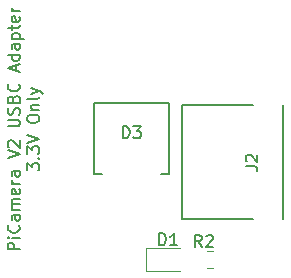
<source format=gbr>
%TF.GenerationSoftware,KiCad,Pcbnew,(5.1.7)-1*%
%TF.CreationDate,2021-02-26T18:48:08+00:00*%
%TF.ProjectId,Small Camera Adapter,536d616c-6c20-4436-916d-657261204164,rev?*%
%TF.SameCoordinates,Original*%
%TF.FileFunction,Legend,Top*%
%TF.FilePolarity,Positive*%
%FSLAX46Y46*%
G04 Gerber Fmt 4.6, Leading zero omitted, Abs format (unit mm)*
G04 Created by KiCad (PCBNEW (5.1.7)-1) date 2021-02-26 18:48:08*
%MOMM*%
%LPD*%
G01*
G04 APERTURE LIST*
%ADD10C,0.150000*%
%ADD11C,0.177800*%
%ADD12C,0.127000*%
%ADD13C,0.120000*%
G04 APERTURE END LIST*
D10*
X142727380Y-130766666D02*
X141727380Y-130766666D01*
X141727380Y-130385714D01*
X141775000Y-130290476D01*
X141822619Y-130242857D01*
X141917857Y-130195238D01*
X142060714Y-130195238D01*
X142155952Y-130242857D01*
X142203571Y-130290476D01*
X142251190Y-130385714D01*
X142251190Y-130766666D01*
X142727380Y-129766666D02*
X142060714Y-129766666D01*
X141727380Y-129766666D02*
X141775000Y-129814285D01*
X141822619Y-129766666D01*
X141775000Y-129719047D01*
X141727380Y-129766666D01*
X141822619Y-129766666D01*
X142632142Y-128719047D02*
X142679761Y-128766666D01*
X142727380Y-128909523D01*
X142727380Y-129004761D01*
X142679761Y-129147619D01*
X142584523Y-129242857D01*
X142489285Y-129290476D01*
X142298809Y-129338095D01*
X142155952Y-129338095D01*
X141965476Y-129290476D01*
X141870238Y-129242857D01*
X141775000Y-129147619D01*
X141727380Y-129004761D01*
X141727380Y-128909523D01*
X141775000Y-128766666D01*
X141822619Y-128719047D01*
X142727380Y-127861904D02*
X142203571Y-127861904D01*
X142108333Y-127909523D01*
X142060714Y-128004761D01*
X142060714Y-128195238D01*
X142108333Y-128290476D01*
X142679761Y-127861904D02*
X142727380Y-127957142D01*
X142727380Y-128195238D01*
X142679761Y-128290476D01*
X142584523Y-128338095D01*
X142489285Y-128338095D01*
X142394047Y-128290476D01*
X142346428Y-128195238D01*
X142346428Y-127957142D01*
X142298809Y-127861904D01*
X142727380Y-127385714D02*
X142060714Y-127385714D01*
X142155952Y-127385714D02*
X142108333Y-127338095D01*
X142060714Y-127242857D01*
X142060714Y-127100000D01*
X142108333Y-127004761D01*
X142203571Y-126957142D01*
X142727380Y-126957142D01*
X142203571Y-126957142D02*
X142108333Y-126909523D01*
X142060714Y-126814285D01*
X142060714Y-126671428D01*
X142108333Y-126576190D01*
X142203571Y-126528571D01*
X142727380Y-126528571D01*
X142679761Y-125671428D02*
X142727380Y-125766666D01*
X142727380Y-125957142D01*
X142679761Y-126052380D01*
X142584523Y-126100000D01*
X142203571Y-126100000D01*
X142108333Y-126052380D01*
X142060714Y-125957142D01*
X142060714Y-125766666D01*
X142108333Y-125671428D01*
X142203571Y-125623809D01*
X142298809Y-125623809D01*
X142394047Y-126100000D01*
X142727380Y-125195238D02*
X142060714Y-125195238D01*
X142251190Y-125195238D02*
X142155952Y-125147619D01*
X142108333Y-125100000D01*
X142060714Y-125004761D01*
X142060714Y-124909523D01*
X142727380Y-124147619D02*
X142203571Y-124147619D01*
X142108333Y-124195238D01*
X142060714Y-124290476D01*
X142060714Y-124480952D01*
X142108333Y-124576190D01*
X142679761Y-124147619D02*
X142727380Y-124242857D01*
X142727380Y-124480952D01*
X142679761Y-124576190D01*
X142584523Y-124623809D01*
X142489285Y-124623809D01*
X142394047Y-124576190D01*
X142346428Y-124480952D01*
X142346428Y-124242857D01*
X142298809Y-124147619D01*
X141727380Y-123052380D02*
X142727380Y-122719047D01*
X141727380Y-122385714D01*
X141822619Y-122100000D02*
X141775000Y-122052380D01*
X141727380Y-121957142D01*
X141727380Y-121719047D01*
X141775000Y-121623809D01*
X141822619Y-121576190D01*
X141917857Y-121528571D01*
X142013095Y-121528571D01*
X142155952Y-121576190D01*
X142727380Y-122147619D01*
X142727380Y-121528571D01*
X141727380Y-120338095D02*
X142536904Y-120338095D01*
X142632142Y-120290476D01*
X142679761Y-120242857D01*
X142727380Y-120147619D01*
X142727380Y-119957142D01*
X142679761Y-119861904D01*
X142632142Y-119814285D01*
X142536904Y-119766666D01*
X141727380Y-119766666D01*
X142679761Y-119338095D02*
X142727380Y-119195238D01*
X142727380Y-118957142D01*
X142679761Y-118861904D01*
X142632142Y-118814285D01*
X142536904Y-118766666D01*
X142441666Y-118766666D01*
X142346428Y-118814285D01*
X142298809Y-118861904D01*
X142251190Y-118957142D01*
X142203571Y-119147619D01*
X142155952Y-119242857D01*
X142108333Y-119290476D01*
X142013095Y-119338095D01*
X141917857Y-119338095D01*
X141822619Y-119290476D01*
X141775000Y-119242857D01*
X141727380Y-119147619D01*
X141727380Y-118909523D01*
X141775000Y-118766666D01*
X142203571Y-118004761D02*
X142251190Y-117861904D01*
X142298809Y-117814285D01*
X142394047Y-117766666D01*
X142536904Y-117766666D01*
X142632142Y-117814285D01*
X142679761Y-117861904D01*
X142727380Y-117957142D01*
X142727380Y-118338095D01*
X141727380Y-118338095D01*
X141727380Y-118004761D01*
X141775000Y-117909523D01*
X141822619Y-117861904D01*
X141917857Y-117814285D01*
X142013095Y-117814285D01*
X142108333Y-117861904D01*
X142155952Y-117909523D01*
X142203571Y-118004761D01*
X142203571Y-118338095D01*
X142632142Y-116766666D02*
X142679761Y-116814285D01*
X142727380Y-116957142D01*
X142727380Y-117052380D01*
X142679761Y-117195238D01*
X142584523Y-117290476D01*
X142489285Y-117338095D01*
X142298809Y-117385714D01*
X142155952Y-117385714D01*
X141965476Y-117338095D01*
X141870238Y-117290476D01*
X141775000Y-117195238D01*
X141727380Y-117052380D01*
X141727380Y-116957142D01*
X141775000Y-116814285D01*
X141822619Y-116766666D01*
X142441666Y-115623809D02*
X142441666Y-115147619D01*
X142727380Y-115719047D02*
X141727380Y-115385714D01*
X142727380Y-115052380D01*
X142727380Y-114290476D02*
X141727380Y-114290476D01*
X142679761Y-114290476D02*
X142727380Y-114385714D01*
X142727380Y-114576190D01*
X142679761Y-114671428D01*
X142632142Y-114719047D01*
X142536904Y-114766666D01*
X142251190Y-114766666D01*
X142155952Y-114719047D01*
X142108333Y-114671428D01*
X142060714Y-114576190D01*
X142060714Y-114385714D01*
X142108333Y-114290476D01*
X142727380Y-113385714D02*
X142203571Y-113385714D01*
X142108333Y-113433333D01*
X142060714Y-113528571D01*
X142060714Y-113719047D01*
X142108333Y-113814285D01*
X142679761Y-113385714D02*
X142727380Y-113480952D01*
X142727380Y-113719047D01*
X142679761Y-113814285D01*
X142584523Y-113861904D01*
X142489285Y-113861904D01*
X142394047Y-113814285D01*
X142346428Y-113719047D01*
X142346428Y-113480952D01*
X142298809Y-113385714D01*
X142060714Y-112909523D02*
X143060714Y-112909523D01*
X142108333Y-112909523D02*
X142060714Y-112814285D01*
X142060714Y-112623809D01*
X142108333Y-112528571D01*
X142155952Y-112480952D01*
X142251190Y-112433333D01*
X142536904Y-112433333D01*
X142632142Y-112480952D01*
X142679761Y-112528571D01*
X142727380Y-112623809D01*
X142727380Y-112814285D01*
X142679761Y-112909523D01*
X142060714Y-112147619D02*
X142060714Y-111766666D01*
X141727380Y-112004761D02*
X142584523Y-112004761D01*
X142679761Y-111957142D01*
X142727380Y-111861904D01*
X142727380Y-111766666D01*
X142679761Y-111052380D02*
X142727380Y-111147619D01*
X142727380Y-111338095D01*
X142679761Y-111433333D01*
X142584523Y-111480952D01*
X142203571Y-111480952D01*
X142108333Y-111433333D01*
X142060714Y-111338095D01*
X142060714Y-111147619D01*
X142108333Y-111052380D01*
X142203571Y-111004761D01*
X142298809Y-111004761D01*
X142394047Y-111480952D01*
X142727380Y-110576190D02*
X142060714Y-110576190D01*
X142251190Y-110576190D02*
X142155952Y-110528571D01*
X142108333Y-110480952D01*
X142060714Y-110385714D01*
X142060714Y-110290476D01*
X143377380Y-124076190D02*
X143377380Y-123457142D01*
X143758333Y-123790476D01*
X143758333Y-123647619D01*
X143805952Y-123552380D01*
X143853571Y-123504761D01*
X143948809Y-123457142D01*
X144186904Y-123457142D01*
X144282142Y-123504761D01*
X144329761Y-123552380D01*
X144377380Y-123647619D01*
X144377380Y-123933333D01*
X144329761Y-124028571D01*
X144282142Y-124076190D01*
X144282142Y-123028571D02*
X144329761Y-122980952D01*
X144377380Y-123028571D01*
X144329761Y-123076190D01*
X144282142Y-123028571D01*
X144377380Y-123028571D01*
X143377380Y-122647619D02*
X143377380Y-122028571D01*
X143758333Y-122361904D01*
X143758333Y-122219047D01*
X143805952Y-122123809D01*
X143853571Y-122076190D01*
X143948809Y-122028571D01*
X144186904Y-122028571D01*
X144282142Y-122076190D01*
X144329761Y-122123809D01*
X144377380Y-122219047D01*
X144377380Y-122504761D01*
X144329761Y-122600000D01*
X144282142Y-122647619D01*
X143377380Y-121742857D02*
X144377380Y-121409523D01*
X143377380Y-121076190D01*
X143377380Y-119790476D02*
X143377380Y-119600000D01*
X143425000Y-119504761D01*
X143520238Y-119409523D01*
X143710714Y-119361904D01*
X144044047Y-119361904D01*
X144234523Y-119409523D01*
X144329761Y-119504761D01*
X144377380Y-119600000D01*
X144377380Y-119790476D01*
X144329761Y-119885714D01*
X144234523Y-119980952D01*
X144044047Y-120028571D01*
X143710714Y-120028571D01*
X143520238Y-119980952D01*
X143425000Y-119885714D01*
X143377380Y-119790476D01*
X143710714Y-118933333D02*
X144377380Y-118933333D01*
X143805952Y-118933333D02*
X143758333Y-118885714D01*
X143710714Y-118790476D01*
X143710714Y-118647619D01*
X143758333Y-118552380D01*
X143853571Y-118504761D01*
X144377380Y-118504761D01*
X144377380Y-117885714D02*
X144329761Y-117980952D01*
X144234523Y-118028571D01*
X143377380Y-118028571D01*
X143710714Y-117600000D02*
X144377380Y-117361904D01*
X143710714Y-117123809D02*
X144377380Y-117361904D01*
X144615476Y-117457142D01*
X144663095Y-117504761D01*
X144710714Y-117600000D01*
D11*
%TO.C,D3*%
X149050400Y-118347400D02*
X155400400Y-118347400D01*
X149050400Y-124341800D02*
X149736200Y-124341800D01*
X155400400Y-124341800D02*
X154663800Y-124341800D01*
X155400400Y-124341800D02*
X155400400Y-118347400D01*
X149050400Y-118347400D02*
X149050400Y-124341800D01*
D12*
%TO.C,J2*%
X156450000Y-118575000D02*
X162500000Y-118575000D01*
X156450000Y-128225000D02*
X162500000Y-128225000D01*
X165050000Y-118575000D02*
X165050000Y-128225000D01*
X156450000Y-128225000D02*
X156450000Y-118575000D01*
D13*
%TO.C,D1*%
X153415000Y-132560000D02*
X156275000Y-132560000D01*
X153415000Y-130640000D02*
X153415000Y-132560000D01*
X156275000Y-130640000D02*
X153415000Y-130640000D01*
%TO.C,R2*%
X159086252Y-130890000D02*
X158563748Y-130890000D01*
X159086252Y-132310000D02*
X158563748Y-132310000D01*
%TO.C,D3*%
D10*
X151461904Y-121352380D02*
X151461904Y-120352380D01*
X151700000Y-120352380D01*
X151842857Y-120400000D01*
X151938095Y-120495238D01*
X151985714Y-120590476D01*
X152033333Y-120780952D01*
X152033333Y-120923809D01*
X151985714Y-121114285D01*
X151938095Y-121209523D01*
X151842857Y-121304761D01*
X151700000Y-121352380D01*
X151461904Y-121352380D01*
X152366666Y-120352380D02*
X152985714Y-120352380D01*
X152652380Y-120733333D01*
X152795238Y-120733333D01*
X152890476Y-120780952D01*
X152938095Y-120828571D01*
X152985714Y-120923809D01*
X152985714Y-121161904D01*
X152938095Y-121257142D01*
X152890476Y-121304761D01*
X152795238Y-121352380D01*
X152509523Y-121352380D01*
X152414285Y-121304761D01*
X152366666Y-121257142D01*
%TO.C,J2*%
X161852380Y-123733333D02*
X162566666Y-123733333D01*
X162709523Y-123780952D01*
X162804761Y-123876190D01*
X162852380Y-124019047D01*
X162852380Y-124114285D01*
X161947619Y-123304761D02*
X161900000Y-123257142D01*
X161852380Y-123161904D01*
X161852380Y-122923809D01*
X161900000Y-122828571D01*
X161947619Y-122780952D01*
X162042857Y-122733333D01*
X162138095Y-122733333D01*
X162280952Y-122780952D01*
X162852380Y-123352380D01*
X162852380Y-122733333D01*
%TO.C,D1*%
X154536904Y-130402380D02*
X154536904Y-129402380D01*
X154775000Y-129402380D01*
X154917857Y-129450000D01*
X155013095Y-129545238D01*
X155060714Y-129640476D01*
X155108333Y-129830952D01*
X155108333Y-129973809D01*
X155060714Y-130164285D01*
X155013095Y-130259523D01*
X154917857Y-130354761D01*
X154775000Y-130402380D01*
X154536904Y-130402380D01*
X156060714Y-130402380D02*
X155489285Y-130402380D01*
X155775000Y-130402380D02*
X155775000Y-129402380D01*
X155679761Y-129545238D01*
X155584523Y-129640476D01*
X155489285Y-129688095D01*
%TO.C,R2*%
X158133333Y-130552380D02*
X157800000Y-130076190D01*
X157561904Y-130552380D02*
X157561904Y-129552380D01*
X157942857Y-129552380D01*
X158038095Y-129600000D01*
X158085714Y-129647619D01*
X158133333Y-129742857D01*
X158133333Y-129885714D01*
X158085714Y-129980952D01*
X158038095Y-130028571D01*
X157942857Y-130076190D01*
X157561904Y-130076190D01*
X158514285Y-129647619D02*
X158561904Y-129600000D01*
X158657142Y-129552380D01*
X158895238Y-129552380D01*
X158990476Y-129600000D01*
X159038095Y-129647619D01*
X159085714Y-129742857D01*
X159085714Y-129838095D01*
X159038095Y-129980952D01*
X158466666Y-130552380D01*
X159085714Y-130552380D01*
%TD*%
M02*

</source>
